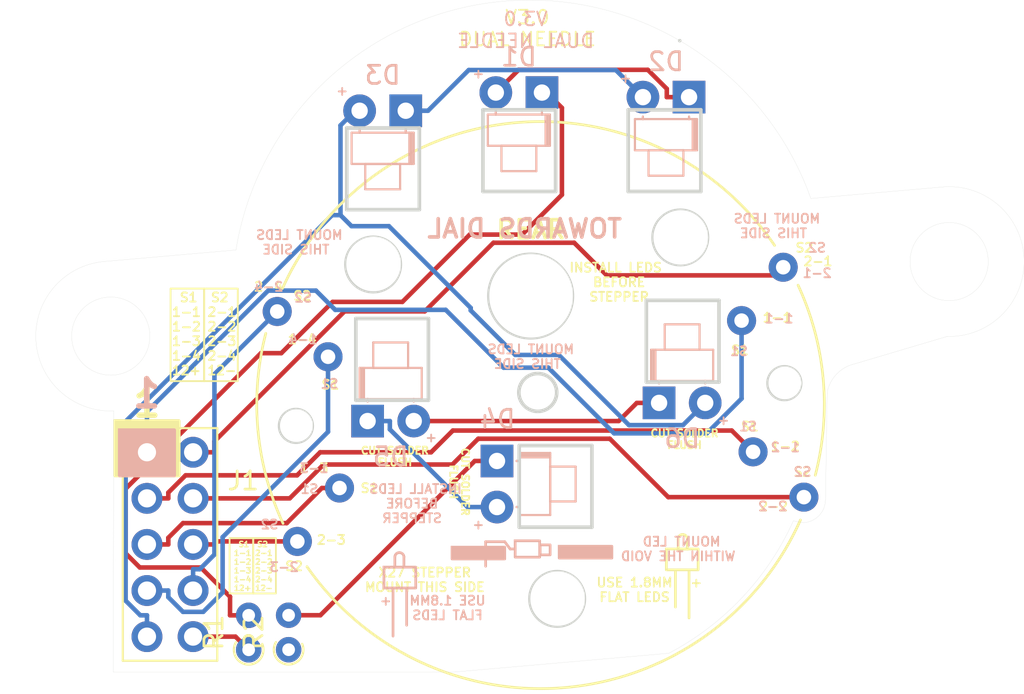
<source format=kicad_pcb>
(kicad_pcb (version 20221018) (generator pcbnew)
  (layers (0 "F.Cu" signal) (31 "B.Cu" signal) (34 "B.Paste" user) (35 "F.Paste" user) (36 "B.SilkS" user "B.Silkscreen") (37 "F.SilkS" user "F.Silkscreen") (38 "B.Mask" user) (39 "F.Mask" user) (44 "Edge.Cuts" user))
  (net 0 "")
  (net 1 "Net-(D1-Pad1)")
  (net 2 "Net-(D1-Pad2)")
  (net 3 "Net-(D2-Pad2)")
  (net 4 "/LED+12V")
  (net 5 "/LED-12V")
  (net 6 "/STEPPER-1-1")
  (net 7 "/STEPPER-1-2")
  (net 8 "/STEPPER-2-1")
  (net 9 "/STEPPER-2-2")
  (net 10 "/STEPPER-1-4")
  (net 11 "/STEPPER-1-3")
  (net 12 "/STEPPER-2-4")
  (net 13 "/STEPPER-2-3")
  (net 14 "Net-(D4-Pad1)")
  (net 15 "Net-(D4-Pad2)")
  (net 16 "Net-(D5-Pad2)")
  (footprint "Resistor_THT:R_Axial_DIN0204_L3.6mm_D1.6mm_P1.90mm_Vertical" (layer "F.Cu") (at 127.65 104.955 90)
    (fp_text reference "R1" (at 0.95 -1.92 90) (layer "F.SilkS"))
    (fp_text value "R")
    (fp_arc (start 0.320095 0.749359) (mid -0.813042 -0.054435) (end 0.417133 -0.7) (stroke (width 0.12)) (layer "F.SilkS"))
    (pad "1" thru_hole circle (at 0 0 90) (size 1.4 1.4) (drill 0.7) (layers "*.Cu" "*.Mask") (net 5 "/LED-12V"))
    (pad "2" thru_hole oval (at 1.9 0 90) (size 1.4 1.4) (drill 0.7) (layers "*.Cu" "*.Mask") (net 1 "Net-(D1-Pad1)"))
  )
  (footprint "Resistor_THT:R_Axial_DIN0204_L3.6mm_D1.6mm_P1.90mm_Vertical" (layer "F.Cu") (at 129.85 104.95 90)
    (fp_text reference "R2" (at 0.95 -1.92 90) (layer "F.SilkS"))
    (fp_text value "R")
    (fp_arc (start 0.320095 0.749359) (mid -0.813042 -0.054435) (end 0.417133 -0.7) (stroke (width 0.12)) (layer "F.SilkS"))
    (pad "1" thru_hole circle (at 0 0 90) (size 1.4 1.4) (drill 0.7) (layers "*.Cu" "*.Mask"))
    (pad "2" thru_hole oval (at 1.9 0 90) (size 1.4 1.4) (drill 0.7) (layers "*.Cu" "*.Mask") (net 14 "Net-(D4-Pad1)"))
  )
  (footprint "Connector_PinHeader_2.54mm:PinHeader_2x05_P2.54mm_Vertical" (layer "F.Cu") (at 122.05 94.07)
    (fp_text reference "J1" (at 5.3 1.575) (layer "F.SilkS"))
    (fp_text value "Conn_02x05_Top_Bottom")
    (fp_line (start -1.33 -1.33) (end 0 -1.33) (stroke (width 0.12)) (layer "F.SilkS"))
    (fp_line (start -1.33 0) (end -1.33 -1.33) (stroke (width 0.12)) (layer "F.SilkS"))
    (fp_line (start -1.33 1.27) (end -1.33 11.49) (stroke (width 0.12)) (layer "F.SilkS"))
    (fp_line (start -1.33 1.27) (end 1.27 1.27) (stroke (width 0.12)) (layer "F.SilkS"))
    (fp_line (start -1.33 11.49) (end 3.87 11.49) (stroke (width 0.12)) (layer "F.SilkS"))
    (fp_line (start 1.27 -1.33) (end 3.87 -1.33) (stroke (width 0.12)) (layer "F.SilkS"))
    (fp_line (start 1.27 1.27) (end 1.27 -1.33) (stroke (width 0.12)) (layer "F.SilkS"))
    (fp_line (start 3.87 -1.33) (end 3.87 11.49) (stroke (width 0.12)) (layer "F.SilkS"))
    (pad "1" thru_hole rect (at 0 0) (size 1.7 1.7) (drill 1) (layers "*.Cu" "*.Mask") (net 6 "/STEPPER-1-1"))
    (pad "2" thru_hole oval (at 2.54 0) (size 1.7 1.7) (drill 1) (layers "*.Cu" "*.Mask") (net 8 "/STEPPER-2-1"))
    (pad "3" thru_hole oval (at 0 2.54) (size 1.7 1.7) (drill 1) (layers "*.Cu" "*.Mask") (net 7 "/STEPPER-1-2"))
    (pad "4" thru_hole oval (at 2.54 2.54) (size 1.7 1.7) (drill 1) (layers "*.Cu" "*.Mask") (net 9 "/STEPPER-2-2"))
    (pad "5" thru_hole oval (at 0 5.08) (size 1.7 1.7) (drill 1) (layers "*.Cu" "*.Mask") (net 11 "/STEPPER-1-3"))
    (pad "6" thru_hole oval (at 2.54 5.08) (size 1.7 1.7) (drill 1) (layers "*.Cu" "*.Mask") (net 13 "/STEPPER-2-3"))
    (pad "7" thru_hole oval (at 0 7.62) (size 1.7 1.7) (drill 1) (layers "*.Cu" "*.Mask") (net 10 "/STEPPER-1-4"))
    (pad "8" thru_hole oval (at 2.54 7.62) (size 1.7 1.7) (drill 1) (layers "*.Cu" "*.Mask") (net 12 "/STEPPER-2-4"))
    (pad "9" thru_hole oval (at 0 10.16) (size 1.7 1.7) (drill 1) (layers "*.Cu" "*.Mask") (net 4 "/LED+12V"))
    (pad "10" thru_hole oval (at 2.54 10.16) (size 1.7 1.7) (drill 1) (layers "*.Cu" "*.Mask") (net 5 "/LED-12V"))
  )
  (footprint "ben:LED_D1.8mm_W1.8mm_H2.4mm_Horizontal_O1.27mm_Z1.6mm-OH" (layer "B.Cu") (at 134.2 92.35)
    (fp_text reference "D5" (at 1.27 1.96) (layer "B.SilkS") (effects (justify mirror)))
    (fp_text value "LED")
    (fp_line (start -0.44 -2.93) (end 2.98 -2.93) (stroke (width 0.12)) (layer "B.SilkS"))
    (fp_line (start -0.44 -1.21) (end -0.44 -2.93) (stroke (width 0.12)) (layer "B.SilkS"))
    (fp_line (start -0.32 -1.21) (end -0.32 -2.93) (stroke (width 0.12)) (layer "B.SilkS"))
    (fp_line (start -0.2 -1.21) (end -0.2 -2.93) (stroke (width 0.12)) (layer "B.SilkS"))
    (fp_line (start 0 -1.21) (end 0 -1.21) (stroke (width 0.12)) (layer "B.SilkS"))
    (fp_line (start 0 -1.21) (end 0 -1.08) (stroke (width 0.12)) (layer "B.SilkS"))
    (fp_line (start 0 -1.08) (end 0 -1.21) (stroke (width 0.12)) (layer "B.SilkS"))
    (fp_line (start 0 -1.08) (end 0 -1.08) (stroke (width 0.12)) (layer "B.SilkS"))
    (fp_line (start 0.31 -4.33) (end 2.23 -4.33) (stroke (width 0.12)) (layer "B.SilkS"))
    (fp_line (start 0.31 -2.93) (end 0.31 -4.33) (stroke (width 0.12)) (layer "B.SilkS"))
    (fp_line (start 2.23 -4.33) (end 2.23 -2.93) (stroke (width 0.12)) (layer "B.SilkS"))
    (fp_line (start 2.23 -2.93) (end 0.31 -2.93) (stroke (width 0.12)) (layer "B.SilkS"))
    (fp_line (start 2.54 -1.21) (end 2.54 -1.21) (stroke (width 0.12)) (layer "B.SilkS"))
    (fp_line (start 2.54 -1.21) (end 2.54 -1.08) (stroke (width 0.12)) (layer "B.SilkS"))
    (fp_line (start 2.54 -1.08) (end 2.54 -1.21) (stroke (width 0.12)) (layer "B.SilkS"))
    (fp_line (start 2.54 -1.08) (end 2.54 -1.08) (stroke (width 0.12)) (layer "B.SilkS"))
    (fp_line (start 2.98 -2.93) (end 2.98 -1.21) (stroke (width 0.12)) (layer "B.SilkS"))
    (fp_line (start 2.98 -1.21) (end -0.44 -1.21) (stroke (width 0.12)) (layer "B.SilkS"))
    (pad "1" thru_hole rect (at 0 0) (size 1.8 1.8) (drill 0.9) (layers "*.Cu" "*.Mask") (net 15 "Net-(D4-Pad2)"))
    (pad "2" thru_hole circle (at 2.54 0) (size 1.8 1.8) (drill 0.9) (layers "*.Cu" "*.Mask") (net 16 "Net-(D5-Pad2)"))
  )
  (footprint "ben:LED_D1.8mm_W1.8mm_H2.4mm_Horizontal_O1.27mm_Z1.6mm-OH" (layer "B.Cu") (at 141.325 94.55 -90)
    (fp_text reference "D4" (at -2.3 -0.025 180) (layer "B.SilkS") (effects (justify mirror)))
    (fp_text value "LED")
    (fp_line (start -0.44 -2.93) (end 2.98 -2.93) (stroke (width 0.12)) (layer "B.SilkS"))
    (fp_line (start -0.44 -1.21) (end -0.44 -2.93) (stroke (width 0.12)) (layer "B.SilkS"))
    (fp_line (start -0.32 -1.21) (end -0.32 -2.93) (stroke (width 0.12)) (layer "B.SilkS"))
    (fp_line (start -0.2 -1.21) (end -0.2 -2.93) (stroke (width 0.12)) (layer "B.SilkS"))
    (fp_line (start 0 -1.21) (end 0 -1.21) (stroke (width 0.12)) (layer "B.SilkS"))
    (fp_line (start 0 -1.21) (end 0 -1.08) (stroke (width 0.12)) (layer "B.SilkS"))
    (fp_line (start 0 -1.08) (end 0 -1.21) (stroke (width 0.12)) (layer "B.SilkS"))
    (fp_line (start 0 -1.08) (end 0 -1.08) (stroke (width 0.12)) (layer "B.SilkS"))
    (fp_line (start 0.31 -4.33) (end 2.23 -4.33) (stroke (width 0.12)) (layer "B.SilkS"))
    (fp_line (start 0.31 -2.93) (end 0.31 -4.33) (stroke (width 0.12)) (layer "B.SilkS"))
    (fp_line (start 2.23 -4.33) (end 2.23 -2.93) (stroke (width 0.12)) (layer "B.SilkS"))
    (fp_line (start 2.23 -2.93) (end 0.31 -2.93) (stroke (width 0.12)) (layer "B.SilkS"))
    (fp_line (start 2.54 -1.21) (end 2.54 -1.21) (stroke (width 0.12)) (layer "B.SilkS"))
    (fp_line (start 2.54 -1.21) (end 2.54 -1.08) (stroke (width 0.12)) (layer "B.SilkS"))
    (fp_line (start 2.54 -1.08) (end 2.54 -1.21) (stroke (width 0.12)) (layer "B.SilkS"))
    (fp_line (start 2.54 -1.08) (end 2.54 -1.08) (stroke (width 0.12)) (layer "B.SilkS"))
    (fp_line (start 2.98 -2.93) (end 2.98 -1.21) (stroke (width 0.12)) (layer "B.SilkS"))
    (fp_line (start 2.98 -1.21) (end -0.44 -1.21) (stroke (width 0.12)) (layer "B.SilkS"))
    (pad "1" thru_hole rect (at 0 0 270) (size 1.8 1.8) (drill 0.9) (layers "*.Cu" "*.Mask") (net 14 "Net-(D4-Pad1)"))
    (pad "2" thru_hole circle (at 2.54 0 270) (size 1.8 1.8) (drill 0.9) (layers "*.Cu" "*.Mask") (net 15 "Net-(D4-Pad2)"))
  )
  (footprint "ben:LED_D1.8mm_W1.8mm_H2.4mm_Horizontal_O1.27mm_Z1.6mm-OH" (layer "B.Cu") (at 150.25 91.35)
    (fp_text reference "D6" (at 1.27 1.96) (layer "B.SilkS") (effects (justify mirror)))
    (fp_text value "LED")
    (fp_line (start -0.44 -2.93) (end 2.98 -2.93) (stroke (width 0.12)) (layer "B.SilkS"))
    (fp_line (start -0.44 -1.21) (end -0.44 -2.93) (stroke (width 0.12)) (layer "B.SilkS"))
    (fp_line (start -0.32 -1.21) (end -0.32 -2.93) (stroke (width 0.12)) (layer "B.SilkS"))
    (fp_line (start -0.2 -1.21) (end -0.2 -2.93) (stroke (width 0.12)) (layer "B.SilkS"))
    (fp_line (start 0 -1.21) (end 0 -1.21) (stroke (width 0.12)) (layer "B.SilkS"))
    (fp_line (start 0 -1.21) (end 0 -1.08) (stroke (width 0.12)) (layer "B.SilkS"))
    (fp_line (start 0 -1.08) (end 0 -1.21) (stroke (width 0.12)) (layer "B.SilkS"))
    (fp_line (start 0 -1.08) (end 0 -1.08) (stroke (width 0.12)) (layer "B.SilkS"))
    (fp_line (start 0.31 -4.33) (end 2.23 -4.33) (stroke (width 0.12)) (layer "B.SilkS"))
    (fp_line (start 0.31 -2.93) (end 0.31 -4.33) (stroke (width 0.12)) (layer "B.SilkS"))
    (fp_line (start 2.23 -4.33) (end 2.23 -2.93) (stroke (width 0.12)) (layer "B.SilkS"))
    (fp_line (start 2.23 -2.93) (end 0.31 -2.93) (stroke (width 0.12)) (layer "B.SilkS"))
    (fp_line (start 2.54 -1.21) (end 2.54 -1.21) (stroke (width 0.12)) (layer "B.SilkS"))
    (fp_line (start 2.54 -1.21) (end 2.54 -1.08) (stroke (width 0.12)) (layer "B.SilkS"))
    (fp_line (start 2.54 -1.08) (end 2.54 -1.21) (stroke (width 0.12)) (layer "B.SilkS"))
    (fp_line (start 2.54 -1.08) (end 2.54 -1.08) (stroke (width 0.12)) (layer "B.SilkS"))
    (fp_line (start 2.98 -2.93) (end 2.98 -1.21) (stroke (width 0.12)) (layer "B.SilkS"))
    (fp_line (start 2.98 -1.21) (end -0.44 -1.21) (stroke (width 0.12)) (layer "B.SilkS"))
    (pad "1" thru_hole rect (at 0 0) (size 1.8 1.8) (drill 0.9) (layers "*.Cu" "*.Mask") (net 16 "Net-(D5-Pad2)"))
    (pad "2" thru_hole circle (at 2.54 0) (size 1.8 1.8) (drill 0.9) (layers "*.Cu" "*.Mask") (net 4 "/LED+12V"))
  )
  (footprint "ben:LED_D1.8mm_W1.8mm_H2.4mm_Horizontal_O1.27mm_Z1.6mm-OH" (layer "B.Cu") (at 136.3 75.25 180)
    (fp_text reference "D3" (at 1.27 1.96) (layer "B.SilkS") (effects (justify mirror)))
    (fp_text value "LED")
    (fp_line (start -0.44 -2.93) (end 2.98 -2.93) (stroke (width 0.12)) (layer "B.SilkS"))
    (fp_line (start -0.44 -1.21) (end -0.44 -2.93) (stroke (width 0.12)) (layer "B.SilkS"))
    (fp_line (start -0.32 -1.21) (end -0.32 -2.93) (stroke (width 0.12)) (layer "B.SilkS"))
    (fp_line (start -0.2 -1.21) (end -0.2 -2.93) (stroke (width 0.12)) (layer "B.SilkS"))
    (fp_line (start 0 -1.21) (end 0 -1.21) (stroke (width 0.12)) (layer "B.SilkS"))
    (fp_line (start 0 -1.21) (end 0 -1.08) (stroke (width 0.12)) (layer "B.SilkS"))
    (fp_line (start 0 -1.08) (end 0 -1.21) (stroke (width 0.12)) (layer "B.SilkS"))
    (fp_line (start 0 -1.08) (end 0 -1.08) (stroke (width 0.12)) (layer "B.SilkS"))
    (fp_line (start 0.31 -4.33) (end 2.23 -4.33) (stroke (width 0.12)) (layer "B.SilkS"))
    (fp_line (start 0.31 -2.93) (end 0.31 -4.33) (stroke (width 0.12)) (layer "B.SilkS"))
    (fp_line (start 2.23 -4.33) (end 2.23 -2.93) (stroke (width 0.12)) (layer "B.SilkS"))
    (fp_line (start 2.23 -2.93) (end 0.31 -2.93) (stroke (width 0.12)) (layer "B.SilkS"))
    (fp_line (start 2.54 -1.21) (end 2.54 -1.21) (stroke (width 0.12)) (layer "B.SilkS"))
    (fp_line (start 2.54 -1.21) (end 2.54 -1.08) (stroke (width 0.12)) (layer "B.SilkS"))
    (fp_line (start 2.54 -1.08) (end 2.54 -1.21) (stroke (width 0.12)) (layer "B.SilkS"))
    (fp_line (start 2.54 -1.08) (end 2.54 -1.08) (stroke (width 0.12)) (layer "B.SilkS"))
    (fp_line (start 2.98 -2.93) (end 2.98 -1.21) (stroke (width 0.12)) (layer "B.SilkS"))
    (fp_line (start 2.98 -1.21) (end -0.44 -1.21) (stroke (width 0.12)) (layer "B.SilkS"))
    (pad "1" thru_hole rect (at 0 0 180) (size 1.8 1.8) (drill 0.9) (layers "*.Cu" "*.Mask") (net 3 "Net-(D2-Pad2)"))
    (pad "2" thru_hole circle (at 2.54 0 180) (size 1.8 1.8) (drill 0.9) (layers "*.Cu" "*.Mask") (net 4 "/LED+12V"))
  )
  (footprint "ben:LED_D1.8mm_W1.8mm_H2.4mm_Horizontal_O1.27mm_Z1.6mm-OH" (layer "B.Cu") (at 151.9 74.5 180)
    (fp_text reference "D2" (at 1.27 1.96) (layer "B.SilkS") (effects (justify mirror)))
    (fp_text value "LED")
    (fp_line (start -0.44 -2.93) (end 2.98 -2.93) (stroke (width 0.12)) (layer "B.SilkS"))
    (fp_line (start -0.44 -1.21) (end -0.44 -2.93) (stroke (width 0.12)) (layer "B.SilkS"))
    (fp_line (start -0.32 -1.21) (end -0.32 -2.93) (stroke (width 0.12)) (layer "B.SilkS"))
    (fp_line (start -0.2 -1.21) (end -0.2 -2.93) (stroke (width 0.12)) (layer "B.SilkS"))
    (fp_line (start 0 -1.21) (end 0 -1.21) (stroke (width 0.12)) (layer "B.SilkS"))
    (fp_line (start 0 -1.21) (end 0 -1.08) (stroke (width 0.12)) (layer "B.SilkS"))
    (fp_line (start 0 -1.08) (end 0 -1.21) (stroke (width 0.12)) (layer "B.SilkS"))
    (fp_line (start 0 -1.08) (end 0 -1.08) (stroke (width 0.12)) (layer "B.SilkS"))
    (fp_line (start 0.31 -4.33) (end 2.23 -4.33) (stroke (width 0.12)) (layer "B.SilkS"))
    (fp_line (start 0.31 -2.93) (end 0.31 -4.33) (stroke (width 0.12)) (layer "B.SilkS"))
    (fp_line (start 2.23 -4.33) (end 2.23 -2.93) (stroke (width 0.12)) (layer "B.SilkS"))
    (fp_line (start 2.23 -2.93) (end 0.31 -2.93) (stroke (width 0.12)) (layer "B.SilkS"))
    (fp_line (start 2.54 -1.21) (end 2.54 -1.21) (stroke (width 0.12)) (layer "B.SilkS"))
    (fp_line (start 2.54 -1.21) (end 2.54 -1.08) (stroke (width 0.12)) (layer "B.SilkS"))
    (fp_line (start 2.54 -1.08) (end 2.54 -1.21) (stroke (width 0.12)) (layer "B.SilkS"))
    (fp_line (start 2.54 -1.08) (end 2.54 -1.08) (stroke (width 0.12)) (layer "B.SilkS"))
    (fp_line (start 2.98 -2.93) (end 2.98 -1.21) (stroke (width 0.12)) (layer "B.SilkS"))
    (fp_line (start 2.98 -1.21) (end -0.44 -1.21) (stroke (width 0.12)) (layer "B.SilkS"))
    (pad "1" thru_hole rect (at 0 0 180) (size 1.8 1.8) (drill 0.9) (layers "*.Cu" "*.Mask") (net 2 "Net-(D1-Pad2)"))
    (pad "2" thru_hole circle (at 2.54 0 180) (size 1.8 1.8) (drill 0.9) (layers "*.Cu" "*.Mask") (net 3 "Net-(D2-Pad2)"))
  )
  (footprint "single-x40:X40-stepper" (layer "B.Cu") (at 143.7229 91.4272 -175)
    (fp_text reference "U1" hide)
    (fp_text value "X40-stepper-gkl_misc" hide)
    (fp_arc (start -14.7 5.3) (mid -15.626189 0.047138) (end -14.731708 -5.211216) (stroke (width 0.15)) (layer "F.SilkS"))
    (fp_arc (start -13.7 -7.6) (mid -0.111624 -15.666446) (end 13.590314 -7.794445) (stroke (width 0.15)) (layer "F.SilkS"))
    (fp_arc (start 13.6 7.6) (mid 0 15.579474) (end -13.6 7.6) (stroke (width 0.15)) (layer "F.SilkS"))
    (fp_arc (start 14.7 -5.3) (mid 15.626189 -0.047138) (end 14.731708 5.211216) (stroke (width 0.15)) (layer "F.SilkS"))
    (pad "" np_thru_hole circle (at -13.5 0 185) (size 1.8 1.8) (drill 1.8) (layers "*.Cu" "*.Mask"))
    (pad "" np_thru_hole circle (at -8.49 8.49 185) (size 3 3) (drill 3) (layers "*.Cu" "*.Mask"))
    (pad "" np_thru_hole circle (at 0 -10.75 185) (size 3 3) (drill 3) (layers "*.Cu" "*.Mask"))
    (pad "" np_thru_hole circle (at 0 6 185) (size 4.6 4.6) (drill 4.6) (layers "*.Cu" "*.Mask"))
    (pad "" np_thru_hole circle (at 8.49 8.5 185) (size 3 3) (drill 3) (layers "*.Cu" "*.Mask"))
    (pad "" np_thru_hole circle (at 13.5 0 185) (size 1.8 1.8) (drill 1.8) (layers "*.Cu" "*.Mask"))
    (pad "1" thru_hole circle (at -11.43 3.63 185) (size 1.6 1.6) (drill 0.8) (layers "*.Cu" "*.Mask") (net 6 "/STEPPER-1-1"))
    (pad "2" thru_hole circle (at -11.43 -3.63 185) (size 1.6 1.6) (drill 0.8) (layers "*.Cu" "*.Mask") (net 7 "/STEPPER-1-2"))
    (pad "3" thru_hole circle (at 11.43 -3.63 185) (size 1.6 1.6) (drill 0.8) (layers "*.Cu" "*.Mask") (net 11 "/STEPPER-1-3"))
    (pad "4" thru_hole circle (at 11.43 3.63 185) (size 1.6 1.6) (drill 0.8) (layers "*.Cu" "*.Mask") (net 10 "/STEPPER-1-4"))
    (pad "5" thru_hole circle (at -13.97 6.36 185) (size 1.6 1.6) (drill 0.8) (layers "*.Cu" "*.Mask") (net 8 "/STEPPER-2-1"))
    (pad "6" thru_hole circle (at -14 -6.36 185) (size 1.6 1.6) (drill 0.8) (layers "*.Cu" "*.Mask") (net 9 "/STEPPER-2-2"))
    (pad "7" thru_hole circle (at 14 -6.36 185) (size 1.6 1.6) (drill 0.8) (layers "*.Cu" "*.Mask") (net 13 "/STEPPER-2-3"))
    (pad "8" thru_hole circle (at 14 6.36 185) (size 1.6 1.6) (drill 0.8) (layers "*.Cu" "*.Mask") (net 12 "/STEPPER-2-4"))
  )
  (footprint "ben:LED_D1.8mm_W1.8mm_H2.4mm_Horizontal_O1.27mm_Z1.6mm-OH" (layer "B.Cu") (at 143.8 74.25 180)
    (fp_text reference "D1" (at 1.27 1.96) (layer "B.SilkS") (effects (justify mirror)))
    (fp_text value "LED")
    (fp_line (start -0.44 -2.93) (end 2.98 -2.93) (stroke (width 0.12)) (layer "B.SilkS"))
    (fp_line (start -0.44 -1.21) (end -0.44 -2.93) (stroke (width 0.12)) (layer "B.SilkS"))
    (fp_line (start -0.32 -1.21) (end -0.32 -2.93) (stroke (width 0.12)) (layer "B.SilkS"))
    (fp_line (start -0.2 -1.21) (end -0.2 -2.93) (stroke (width 0.12)) (layer "B.SilkS"))
    (fp_line (start 0 -1.21) (end 0 -1.21) (stroke (width 0.12)) (layer "B.SilkS"))
    (fp_line (start 0 -1.21) (end 0 -1.08) (stroke (width 0.12)) (layer "B.SilkS"))
    (fp_line (start 0 -1.08) (end 0 -1.21) (stroke (width 0.12)) (layer "B.SilkS"))
    (fp_line (start 0 -1.08) (end 0 -1.08) (stroke (width 0.12)) (layer "B.SilkS"))
    (fp_line (start 0.31 -4.33) (end 2.23 -4.33) (stroke (width 0.12)) (layer "B.SilkS"))
    (fp_line (start 0.31 -2.93) (end 0.31 -4.33) (stroke (width 0.12)) (layer "B.SilkS"))
    (fp_line (start 2.23 -4.33) (end 2.23 -2.93) (stroke (width 0.12)) (layer "B.SilkS"))
    (fp_line (start 2.23 -2.93) (end 0.31 -2.93) (stroke (width 0.12)) (layer "B.SilkS"))
    (fp_line (start 2.54 -1.21) (end 2.54 -1.21) (stroke (width 0.12)) (layer "B.SilkS"))
    (fp_line (start 2.54 -1.21) (end 2.54 -1.08) (stroke (width 0.12)) (layer "B.SilkS"))
    (fp_line (start 2.54 -1.08) (end 2.54 -1.21) (stroke (width 0.12)) (layer "B.SilkS"))
    (fp_line (start 2.54 -1.08) (end 2.54 -1.08) (stroke (width 0.12)) (layer "B.SilkS"))
    (fp_line (start 2.98 -2.93) (end 2.98 -1.21) (stroke (width 0.12)) (layer "B.SilkS"))
    (fp_line (start 2.98 -1.21) (end -0.44 -1.21) (stroke (width 0.12)) (layer "B.SilkS"))
    (pad "1" thru_hole rect (at 0 0 180) (size 1.8 1.8) (drill 0.9) (layers "*.Cu" "*.Mask") (net 1 "Net-(D1-Pad1)"))
    (pad "2" thru_hole circle (at 2.54 0 180) (size 1.8 1.8) (drill 0.9) (layers "*.Cu" "*.Mask") (net 2 "Net-(D1-Pad2)"))
  )
  (gr_line (start 136.35 103.6) (end 136.35 101.6) (stroke (width 0.15)) (layer "B.SilkS"))
  (gr_line (start 140.7 99) (end 141.75 99) (stroke (width 0.15)) (layer "B.SilkS"))
  (gr_line (start 135.7 100.4) (end 135.7 99.82813) (stroke (width 0.15)) (layer "B.SilkS"))
  (gr_rect (start 138.85 99.3) (end 141.75 99.95) (stroke (width 0.15)) (fill solid) (layer "B.SilkS"))
  (gr_rect (start 120.55 92.85) (end 123.55 95.35) (stroke (width 0.2)) (fill solid) (layer "B.SilkS"))
  (gr_line (start 136.2 100.4) (end 136.2 99.82813) (stroke (width 0.15)) (layer "B.SilkS"))
  (gr_arc (start 135.7 99.82813) (mid 135.95 99.6) (end 136.2 99.82813) (stroke (width 0.15)) (layer "B.SilkS"))
  (gr_line (start 142.05 99.4) (end 142.325 99.4) (stroke (width 0.15)) (layer "B.SilkS"))
  (gr_rect (start 144.75 99.25) (end 147.65 99.9) (stroke (width 0.15)) (fill solid) (layer "B.SilkS"))
  (gr_line (start 140.7 100.35) (end 140.7 99) (stroke (width 0.15)) (layer "B.SilkS"))
  (gr_rect (start 135.1 100.4) (end 136.85 101.55) (stroke (width 0.15)) (fill none) (layer "B.SilkS"))
  (gr_line (start 141.75 99) (end 142.05 99.4) (stroke (width 0.15)) (layer "B.SilkS"))
  (gr_rect (start 142.325 98.95) (end 143.675 99.85) (stroke (width 0.15)) (fill none) (layer "B.SilkS"))
  (gr_rect (start 143.7 99.175) (end 144.25 99.725) (stroke (width 0.15)) (fill none) (layer "B.SilkS"))
  (gr_line (start 135.6 104.2) (end 135.6 101.6) (stroke (width 0.15)) (layer "B.SilkS"))
  (gr_line (start 151.9 100.6) (end 151.9 103.2) (stroke (width 0.15)) (layer "F.SilkS"))
  (gr_line (start 151.15 100.6) (end 151.15 102.6) (stroke (width 0.15)) (layer "F.SilkS"))
  (gr_rect (start 123.35 85.05) (end 125.2 90.15) (stroke (width 0.1)) (fill none) (layer "F.SilkS"))
  (gr_rect (start 125.2 85.05) (end 127.05 90.15) (stroke (width 0.1)) (fill none) (layer "F.SilkS"))
  (gr_line (start 151.8 98.82813) (end 151.8 99.4) (stroke (width 0.15)) (layer "F.SilkS"))
  (gr_rect (start 126.6 98.8) (end 127.9 101.85) (stroke (width 0.1)) (fill none) (layer "F.SilkS"))
  (gr_rect (start 150.65 99.4) (end 152.4 100.55) (stroke (width 0.15)) (fill none) (layer "F.SilkS"))
  (gr_line (start 151.3 98.82813) (end 151.3 99.4) (stroke (width 0.15)) (layer "F.SilkS"))
  (gr_line (start 151.35 99.4) (end 151.85 99.4) (stroke (width 0.15)) (layer "F.SilkS"))
  (gr_rect (start 127.9 98.8) (end 129.15 101.85) (stroke (width 0.1)) (fill none) (layer "F.SilkS"))
  (gr_rect (start 120.3 92.35) (end 123.8 95.35) (stroke (width 0.2)) (fill solid) (layer "F.SilkS"))
  (gr_arc (start 151.3 98.82813) (mid 151.55 98.6) (end 151.8 98.82813) (stroke (width 0.15)) (layer "F.SilkS"))
  (gr_line (start 137.55 91.2) (end 133.55 91.2) (stroke (width 0.2)) (layer "Edge.Cuts"))
  (gr_line (start 159.415035 96.692033) (end 159.503261 90.792896) (stroke (width 0.01)) (layer "Edge.Cuts"))
  (gr_arc (start 120.220136 91.793442) (mid 115.936516 87.931386) (end 119.695947 83.557423) (stroke (width 0.01)) (layer "Edge.Cuts"))
  (gr_line (start 146.55 98.2) (end 142.55 98.2) (stroke (width 0.2)) (layer "Edge.Cuts"))
  (gr_line (start 165.863593 79.450472) (end 158.607673 80.085282) (stroke (width 0.01)) (layer "Edge.Cuts"))
  (gr_line (start 152.55 79.7) (end 148.55 79.7) (stroke (width 0.2)) (layer "Edge.Cuts"))
  (gr_circle (center 166.223328 83.562265) (end 168.375978 83.562265) (stroke (width 0.01)) (fill none) (layer "Edge.Cuts"))
  (gr_line (start 161.032214 89.195196) (end 166.107598 87.688143) (stroke (width 0.01)) (layer "Edge.Cuts"))
  (gr_line (start 137.05 80.7) (end 133.05 80.7) (stroke (width 0.2)) (layer "Edge.Cuts"))
  (gr_line (start 140.55 75.2) (end 144.55 75.2) (stroke (width 0.2)) (layer "Edge.Cuts"))
  (gr_arc (start 147.100821 69.643497) (mid 149.304488 70.363418) (end 151.384732 71.386657) (stroke (width 0.01)) (layer "Edge.Cuts"))
  (gr_circle (center 143.177557 85.462053) (end 140.877557 85.462053) (stroke (width 0.2)) (fill none) (layer "Edge.Cuts"))
  (gr_line (start 144.55 79.7) (end 140.55 79.7) (stroke (width 0.2)) (layer "Edge.Cuts"))
  (gr_line (start 133.05 80.7) (end 133.05 76.2) (stroke (width 0.2)) (layer "Edge.Cuts"))
  (gr_arc (start 157.642421 97.851357) (mid 154.827166 102.07375) (end 150.787931 105.146021) (stroke (width 0.01)) (layer "Edge.Cuts"))
  (gr_line (start 146.55 93.7) (end 146.55 98.2) (stroke (width 0.2)) (layer "Edge.Cuts"))
  (gr_line (start 120.220137 92.812589) (end 120.190154 106.181059) (stroke (width 0.01)) (layer "Edge.Cuts"))
  (gr_line (start 126.95182 82.922616) (end 119.695947 83.557423) (stroke (width 0.01)) (layer "Edge.Cuts"))
  (gr_arc (start 159.415035 96.692033) (mid 159.056246 97.561256) (end 158.2 97.95) (stroke (width 0.01)) (layer "Edge.Cuts"))
  (gr_line (start 149.55 85.7) (end 153.55 85.7) (stroke (width 0.2)) (layer "Edge.Cuts"))
  (gr_line (start 120.220136 91.79344) (end 120.220137 92.812589) (stroke (width 0.01)) (layer "Edge.Cuts"))
  (gr_line (start 140.55 79.7) (end 140.55 75.2) (stroke (width 0.2)) (layer "Edge.Cuts"))
  (gr_line (start 120.190154 106.181059) (end 138.957399 106.181059) (stroke (width 0.01)) (layer "Edge.Cuts"))
  (gr_circle (center 151.41736 82.231614) (end 149.91736 82.231614) (stroke (width 0.2)) (fill none) (layer "Edge.Cuts"))
  (gr_line (start 152.55 75.2) (end 152.55 79.7) (stroke (width 0.2)) (layer "Edge.Cuts"))
  (gr_circle (center 120.055684 87.669218) (end 122.208334 87.669218) (stroke (width 0.01)) (fill none) (layer "Edge.Cuts"))
  (gr_circle (center 143.570017 90.774461) (end 142.52639 90.774461) (stroke (width 0.2)) (fill none) (layer "Edge.Cuts"))
  (gr_line (start 148.55 75.2) (end 152.55 75.2) (stroke (width 0.2)) (layer "Edge.Cuts"))
  (gr_line (start 133.05 76.2) (end 137.05 76.2) (stroke (width 0.2)) (layer "Edge.Cuts"))
  (gr_line (start 133.55 86.7) (end 137.55 86.7) (stroke (width 0.2)) (layer "Edge.Cuts"))
  (gr_circle (center 157.149119 90.262618) (end 156.249119 90.262618) (stroke (width 0.2)) (fill none) (layer "Edge.Cuts"))
  (gr_line (start 153.55 90.2) (end 149.55 90.2) (stroke (width 0.2)) (layer "Edge.Cuts"))
  (gr_circle (center 144.637415 102.148314) (end 143.137415 102.148314) (stroke (width 0.2)) (fill none) (layer "Edge.Cuts"))
  (gr_line (start 142.55 98.2) (end 142.55 93.7) (stroke (width 0.2)) (layer "Edge.Cuts"))
  (gr_line (start 144.55 75.2) (end 144.55 79.7) (stroke (width 0.2)) (layer "Edge.Cuts"))
  (gr_circle (center 130.251863 92.615823) (end 129.351863 92.615823) (stroke (width 0.2)) (fill none) (layer "Edge.Cuts"))
  (gr_line (start 142.55 93.7) (end 146.55 93.7) (stroke (width 0.2)) (layer "Edge.Cuts"))
  (gr_line (start 137.05 76.2) (end 137.05 80.7) (stroke (width 0.2)) (layer "Edge.Cuts"))
  (gr_circle (center 134.502846 83.72148) (end 133.002846 83.72148) (stroke (width 0.2)) (fill none) (layer "Edge.Cuts"))
  (gr_arc (start 165.863593 79.450472) (mid 170.349018 83.44006) (end 166.107598 87.688143) (stroke (width 0.01)) (layer "Edge.Cuts"))
  (gr_line (start 137.55 86.7) (end 137.55 91.2) (stroke (width 0.2)) (layer "Edge.Cuts"))
  (gr_arc (start 151.384681 71.386729) (mid 155.768943 75.094326) (end 158.607673 80.085282) (stroke (width 0.01)) (layer "Edge.Cuts"))
  (gr_line (start 153.55 85.7) (end 153.55 90.2) (stroke (width 0.2)) (layer "Edge.Cuts"))
  (gr_line (start 138.957399 106.181059) (end 150.787931 105.146021) (stroke (width 0.01)) (layer "Edge.Cuts"))
  (gr_line (start 133.55 91.2) (end 133.55 86.7) (stroke (width 0.2)) (layer "Edge.Cuts"))
  (gr_arc (start 159.503261 90.792896) (mid 160.026816 89.76349) (end 161.032214 89.195196) (stroke (width 0.01)) (layer "Edge.Cuts"))
  (gr_line (start 151.384681 71.386729) (end 151.384732 71.386657) (stroke (width 0.2)) (layer "Edge.Cuts"))
  (gr_line (start 149.55 90.2) (end 149.55 85.7) (stroke (width 0.2)) (layer "Edge.Cuts"))
  (gr_line (start 148.55 79.7) (end 148.55 75.2) (stroke (width 0.2)) (layer "Edge.Cuts"))
  (gr_line (start 157.642421 97.851357) (end 158.2 97.95) (stroke (width 0.01)) (layer "Edge.Cuts"))
  (gr_arc (start 126.95182 82.922616) (mid 134.108302 71.855416) (end 147.100821 69.643497) (stroke (width 0.01)) (layer "Edge.Cuts"))
  (gr_text "1-1\n" (at 156.85 86.7) (layer "B.SilkS") (effects (font (size 0.5 0.5) (thickness 0.1)) (justify mirror)))
  (gr_text "1" (at 122.032348 90.83815) (layer "B.SilkS") (effects (font (size 1.5 1.5) (thickness 0.3)) (justify mirror)))
  (gr_text "+" (at 135.2 102.25) (layer "B.SilkS") (effects (font (size 0.5 0.5) (thickness 0.1)) (justify mirror)))
  (gr_text "MOUNT LED \nWITHIN THE VOID" (at 151.3 99.4) (layer "B.SilkS") (effects (font (size 0.5 0.5) (thickness 0.1)) (justify mirror)))
  (gr_text "2-4" (at 128.75 84.95) (layer "B.SilkS") (effects (font (size 0.5 0.5) (thickness 0.1)) (justify mirror)))
  (gr_text "+" (at 132.8 74.15) (layer "B.SilkS") (effects (font (size 0.5 0.5) (thickness 0.1)) (justify mirror)))
  (gr_text "+" (at 140.3 98.05) (layer "B.SilkS") (effects (font (size 0.5 0.5) (thickness 0.1)) (justify mirror)))
  (gr_text "2-3" (at 129.6 100.4) (layer "B.SilkS") (effects (font (size 0.5 0.5) (thickness 0.1)) (justify mirror)))
  (gr_text "1-2\n" (at 157.2 93.8) (layer "B.SilkS") (effects (font (size 0.5 0.5) (thickness 0.1)) (justify mirror)))
  (gr_text "+" (at 153.8 92.3) (layer "B.SilkS") (effects (font (size 0.5 0.5) (thickness 0.1)) (justify mirror)))
  (gr_text "TOWARDS DIAL" (at 142.85 81.75) (layer "B.SilkS") (effects (font (size 1 1) (thickness 0.2)) (justify mirror)))
  (gr_text "MOUNT LEDS \nTHIS SIDE" (at 130.25 82.5) (layer "B.SilkS") (effects (font (size 0.5 0.5) (thickness 0.1)) (justify mirror)))
  (gr_text "+" (at 148.4 73.45) (layer "B.SilkS") (effects (font (size 0.5 0.5) (thickness 0.1)) (justify mirror)))
  (gr_text "USE 1.8MM\nFLAT LEDS" (at 138.6 102.65) (layer "B.SilkS") (effects (font (size 0.5 0.5) (thickness 0.1)) (justify mirror)))
  (gr_text "S2" (at 158.95 82.8) (layer "B.SilkS") (effects (font (size 0.5 0.5) (thickness 0.1)) (justify mirror)))
  (gr_text "S1" (at 132.1 90.3) (layer "B.SilkS") (effects (font (size 0.5 0.5) (thickness 0.1)) (justify mirror)))
  (gr_text "+" (at 137.7 93.25) (layer "B.SilkS") (effects (font (size 0.5 0.5) (thickness 0.1)) (justify mirror)))
  (gr_text "2-2\n" (at 156.5 97.05) (layer "B.SilkS") (effects (font (size 0.5 0.5) (thickness 0.1)) (justify mirror)))
  (gr_text "1-3" (at 131.25 94.95) (layer "B.SilkS") (effects (font (size 0.5 0.5) (thickness 0.1)) (justify mirror)))
  (gr_text "V3.0\nDUAL NEEDLE" (at 142.9 70.8) (layer "B.SilkS") (effects (font (size 0.75 0.75) (thickness 0.1)) (justify mirror)))
  (gr_text "2-1" (at 158.95 84.2) (layer "B.SilkS") (effects (font (size 0.5 0.5) (thickness 0.1)) (justify mirror)))
  (gr_text "S2" (at 158.15 95.15) (layer "B.SilkS") (effects (font (size 0.5 0.5) (thickness 0.1)) (justify mirror)))
  (gr_text "S1" (at 131 96.1) (layer "B.SilkS") (effects (font (size 0.5 0.5) (thickness 0.1)) (justify mirror)))
  (gr_text "MOUNT LEDS \nTHIS SIDE" (at 156.55 81.6) (layer "B.SilkS") (effects (font (size 0.5 0.5) (thickness 0.1)) (justify mirror)))
  (gr_text "+" (at 140.3 73.2) (layer "B.SilkS") (effects (font (size 0.5 0.5) (thickness 0.1)) (justify mirror)))
  (gr_text "S1" (at 154.65 88.5) (layer "B.SilkS") (effects (font (size 0.5 0.5) (thickness 0.1)) (justify mirror)))
  (gr_text "INSTALL LEDS \nBEFORE\nSTEPPER" (at 136.65 96.9) (layer "B.SilkS") (effects (font (size 0.5 0.5) (thickness 0.1)) (justify mirror)))
  (gr_text "MOUNT LEDS \nTHIS SIDE" (at 143 88.8) (layer "B.SilkS") (effects (font (size 0.5 0.5) (thickness 0.1)) (justify mirror)))
  (gr_text "S1" (at 155.15 92.65) (layer "B.SilkS") (effects (font (size 0.5 0.5) (thickness 0.1)) (justify mirror)))
  (gr_text "1-4" (at 130.65 87.85) (layer "B.SilkS") (effects (font (size 0.5 0.5) (thickness 0.1)) (justify mirror)))
  (gr_text "S2" (at 130.65 85.55) (layer "B.SilkS") (effects (font (size 0.5 0.5) (thickness 0.1)) (justify mirror)))
  (gr_text "S2" (at 128.8 98.05) (layer "B.SilkS") (effects (font (size 0.5 0.5) (thickness 0.1)) (justify mirror)))
  (gr_text "1" (at 122.05 91.35) (layer "F.SilkS") (effects (font (size 1.5 1.5) (thickness 0.3))))
  (gr_text "S1" (at 132.15 90.35) (layer "F.SilkS") (effects (font (size 0.5 0.5) (thickness 0.1))))
  (gr_text "INSTALL LEDS \nBEFORE\nSTEPPER" (at 148.05 84.7) (layer "F.SilkS") (effects (font (size 0.5 0.5) (thickness 0.1))))
  (gr_text "2-1" (at 159 83.55) (layer "F.SilkS") (effects (font (size 0.5 0.5) (thickness 0.1))))
  (gr_text "2-2" (at 156.55 97.05) (layer "F.SilkS") (effects (font (size 0.5 0.5) (thickness 0.1))))
  (gr_text "S2" (at 158.25 82.8) (layer "F.SilkS") (effects (font (size 0.5 0.5) (thickness 0.1))))
  (gr_text "S2" (at 130.15 100.35) (layer "F.SilkS") (effects (font (size 0.5 0.5) (thickness 0.1))))
  (gr_text "CUT SOLDER\nFLUSH" (at 135.7 94.3) (layer "F.SilkS") (effects (font (size 0.4 0.4) (thickness 0.1))))
  (gr_text "1-3" (at 131.25 94.95) (layer "F.SilkS") (effects (font (size 0.5 0.5) (thickness 0.1))))
  (gr_text "USE 1.8MM\nFLAT LEDS" (at 148.9 101.65) (layer "F.SilkS") (effects (font (size 0.5 0.5) (thickness 0.1))))
  (gr_text "S1  S2\n1-1 2-1\n1-2 2-2\n1-3 2-3\n1-4 2-4\n12+ 12-" (at 127.9 100.35) (layer "F.SilkS") (effects (font (size 0.3 0.3) (thickness 0.075))))
  (gr_text "2-3" (at 132.2 98.9) (layer "F.SilkS") (effects (font (size 0.5 0.5) (thickness 0.1))))
  (gr_text "REAR" (at 143.2 81.8) (layer "F.SilkS") (effects (font (size 1 1) (thickness 0.2))))
  (gr_text "1-1\n" (at 156.75 86.65) (layer "F.SilkS") (effects (font (size 0.5 0.5) (thickness 0.1))))
  (gr_text "CUT SOLDER\nFLUSH" (at 139.25 95.7 270) (layer "F.SilkS") (effects (font (size 0.4 0.4) (thickness 0.1))))
  (gr_text "S1" (at 154.7 88.45) (layer "F.SilkS") (effects (font (size 0.5 0.5) (thickness 0.1))))
  (gr_text "1-2" (at 157.2 93.75) (layer "F.SilkS") (effects (font (size 0.5 0.5) (thickness 0.1))))
  (gr_text "2-4\n" (at 128.75 84.95) (layer "F.SilkS") (effects (font (size 0.5 0.5) (thickness 0.1))))
  (gr_text "1-4\n" (at 130.6 87.85) (layer "F.SilkS") (effects (font (size 0.5 0.5) (thickness 0.1))))
  (gr_text "S2" (at 130.6 85.45) (layer "F.SilkS") (effects (font (size 0.5 0.5) (thickness 0.1))))
  (gr_text "X27 STEPPER\nMOUNT THIS SIDE" (at 137.35 101.1) (layer "F.SilkS") (effects (font (size 0.5 0.5) (thickness 0.1))))
  (gr_text "S2" (at 158.15 95.15) (layer "F.SilkS") (effects (font (size 0.5 0.5) (thickness 0.1))))
  (gr_text "V3.0\nDUAL NEEDLE" (at 143 70.7) (layer "F.SilkS") (effects (font (size 0.75 0.75) (thickness 0.1))))
  (gr_text "CUT SOLDER\nFLUSH" (at 151.65 93.35) (layer "F.SilkS") (effects (font (size 0.4 0.4) (thickness 0.1))))
  (gr_text "S1" (at 155.25 92.65) (layer "F.SilkS") (effects (font (size 0.5 0.5) (thickness 0.1))))
  (gr_text "+" (at 152.3 101.25) (layer "F.SilkS") (effects (font (size 0.5 0.5) (thickness 0.1))))
  (gr_text "S1" (at 134.3 96.05) (layer "F.SilkS") (effects (font (size 0.5 0.5) (thickness 0.1))))
  (gr_text "S1  S2\n1-1 2-1\n1-2 2-2\n1-3 2-3\n1-4 2-4\n12+ 12-" (at 125.2 87.55) (layer "F.SilkS") (effects (font (size 0.5 0.5) (thickness 0.1))))
  (segment (start 142.7064 82.0747) (end 139.8238 82.0747) (width 0.25) (layer "F.Cu") (net 1))
  (segment (start 123.0789 95.2454) (end 121.7089 95.2454) (width 0.25) (layer "F.Cu") (net 1))
  (segment (start 132.273 85.7835) (end 129.4473 88.6092) (width 0.25) (layer "F.Cu") (net 1))
  (segment (start 136.115 85.7835) (end 132.273 85.7835) (width 0.25) (layer "F.Cu") (net 1))
  (segment (start 144.8997 79.8814) (end 142.7064 82.0747) (width 0.25) (layer "F.Cu") (net 1))
  (segment (start 126.6247 102.0297) (end 126.6247 103.055) (width 0.25) (layer "F.Cu") (net 1))
  (segment (start 125.015 100.42) (end 126.6247 102.0297) (width 0.25) (layer "F.Cu") (net 1))
  (segment (start 120.8714 96.0829) (end 120.8714 99.636) (width 0.25) (layer "F.Cu") (net 1))
  (segment (start 120.8714 99.636) (end 121.6554 100.42) (width 0.25) (layer "F.Cu") (net 1))
  (segment (start 121.6554 100.42) (end 125.015 100.42) (width 0.25) (layer "F.Cu") (net 1))
  (segment (start 127.65 103.055) (end 126.6247 103.055) (width 0.25) (layer "F.Cu") (net 1))
  (segment (start 129.4473 88.6092) (end 128.3266 88.6092) (width 0.25) (layer "F.Cu") (net 1))
  (segment (start 121.7089 95.2454) (end 120.8714 96.0829) (width 0.25) (layer "F.Cu") (net 1))
  (segment (start 144.8997 75.0896) (end 144.8997 79.8814) (width 0.25) (layer "F.Cu") (net 1))
  (segment (start 143.8 74.25) (end 144.0601 74.25) (width 0.25) (layer "F.Cu") (net 1))
  (segment (start 123.3203 95.004) (end 123.0789 95.2454) (width 0.25) (layer "F.Cu") (net 1))
  (segment (start 128.3266 88.6092) (end 123.3203 93.6155) (width 0.25) (layer "F.Cu") (net 1))
  (segment (start 144.0601 74.25) (end 144.8997 75.0896) (width 0.25) (layer "F.Cu") (net 1))
  (segment (start 123.3203 93.6155) (end 123.3203 95.004) (width 0.25) (layer "F.Cu") (net 1))
  (segment (start 139.8238 82.0747) (end 136.115 85.7835) (width 0.25) (layer "F.Cu") (net 1))
  (segment (start 151.9 74.5) (end 150.6747 74.5) (width 0.25) (layer "F.Cu") (net 2))
  (segment (start 141.26 74.25) (end 142.5145 72.9955) (width 0.25) (layer "F.Cu") (net 2))
  (segment (start 150.6747 74.0405) (end 150.6747 74.5) (width 0.25) (layer "F.Cu") (net 2))
  (segment (start 149.6297 72.9955) (end 150.6747 74.0405) (width 0.25) (layer "F.Cu") (net 2))
  (segment (start 142.5145 72.9955) (end 149.6297 72.9955) (width 0.25) (layer "F.Cu") (net 2))
  (segment (start 147.8662 73.0062) (end 139.7691 73.0062) (width 0.25) (layer "B.Cu") (net 3))
  (segment (start 149.36 74.5) (end 147.8662 73.0062) (width 0.25) (layer "B.Cu") (net 3))
  (segment (start 136.3 75.25) (end 137.5253 75.25) (width 0.25) (layer "B.Cu") (net 3))
  (segment (start 139.7691 73.0062) (end 137.5253 75.25) (width 0.25) (layer "B.Cu") (net 3))
  (segment (start 120.8747 102.2468) (end 121.6826 103.0547) (width 0.25) (layer "B.Cu") (net 4))
  (segment (start 132.2455 81.0027) (end 120.8747 92.3735) (width 0.25) (layer "B.Cu") (net 4))
  (segment (start 133.76 75.25) (end 133.5148 75.25) (width 0.25) (layer "B.Cu") (net 4))
  (segment (start 135.3735 81.6104) (end 133.3143 81.6104) (width 0.25) (layer "B.Cu") (net 4))
  (segment (start 152.79 91.35) (end 151.5646 92.5754) (width 0.25) (layer "B.Cu") (net 4))
  (segment (start 132.7066 76.0582) (end 132.7066 81.0027) (width 0.25) (layer "B.Cu") (net 4))
  (segment (start 121.6826 103.0547) (end 122.05 103.0547) (width 0.25) (layer "B.Cu") (net 4))
  (segment (start 148.5947 92.5754) (end 144.7266 88.7073) (width 0.25) (layer "B.Cu") (net 4))
  (segment (start 139.8762 86.2514) (end 139.8762 86.1131) (width 0.25) (layer "B.Cu") (net 4))
  (segment (start 133.5148 75.25) (end 132.7066 76.0582) (width 0.25) (layer "B.Cu") (net 4))
  (segment (start 151.5646 92.5754) (end 148.5947 92.5754) (width 0.25) (layer "B.Cu") (net 4))
  (segment (start 142.3321 88.7073) (end 139.8762 86.2514) (width 0.25) (layer "B.Cu") (net 4))
  (segment (start 120.8747 92.3735) (end 120.8747 102.2468) (width 0.25) (layer "B.Cu") (net 4))
  (segment (start 122.05 104.23) (end 122.05 103.0547) (width 0.25) (layer "B.Cu") (net 4))
  (segment (start 139.8762 86.1131) (end 135.3735 81.6104) (width 0.25) (layer "B.Cu") (net 4))
  (segment (start 132.7066 81.0027) (end 132.2455 81.0027) (width 0.25) (layer "B.Cu") (net 4))
  (segment (start 144.7266 88.7073) (end 142.3321 88.7073) (width 0.25) (layer "B.Cu") (net 4))
  (segment (start 133.3143 81.6104) (end 132.7066 81.0027) (width 0.25) (layer "B.Cu") (net 4))
  (segment (start 124.59 104.23) (end 126.925 104.23) (width 0.25) (layer "F.Cu") (net 5))
  (segment (start 126.925 104.23) (end 127.65 104.955) (width 0.25) (layer "F.Cu") (net 5))
  (segment (start 141.6867 89.408) (end 138.5003 86.2216) (width 0.25) (layer "B.Cu") (net 6))
  (segment (start 138.5003 86.2216) (end 132.4148 86.2216) (width 0.25) (layer "B.Cu") (net 6))
  (segment (start 122.05 91.8351) (end 122.05 94.07) (width 0.25) (layer "B.Cu") (net 6))
  (segment (start 132.4148 86.2216) (end 131.3555 85.1623) (width 0.25) (layer "B.Cu") (net 6))
  (segment (start 131.3555 85.1623) (end 128.7228 85.1623) (width 0.25) (layer "B.Cu") (net 6))
  (segment (start 144.1535 89.408) (end 141.6867 89.408) (width 0.25) (layer "B.Cu") (net 6))
  (segment (start 128.7228 85.1623) (end 122.05 91.8351) (width 0.25) (layer "B.Cu") (net 6))
  (segment (start 147.7713 93.0258) (end 144.1535 89.408) (width 0.25) (layer "B.Cu") (net 6))
  (segment (start 154.793 86.8148) (end 154.793 91.1115) (width 0.25) (layer "B.Cu") (net 6))
  (segment (start 154.793 91.1115) (end 152.8787 93.0258) (width 0.25) (layer "B.Cu") (net 6))
  (segment (start 152.8787 93.0258) (end 147.7713 93.0258) (width 0.25) (layer "B.Cu") (net 6))
  (segment (start 122.05 96.61) (end 123.2253 96.61) (width 0.25) (layer "F.Cu") (net 7))
  (segment (start 124.1774 95.34) (end 123.2253 96.2921) (width 0.25) (layer "F.Cu") (net 7))
  (segment (start 123.2253 96.2921) (end 123.2253 96.61) (width 0.25) (layer "F.Cu") (net 7))
  (segment (start 137.6967 94.0701) (end 131.5881 94.0701) (width 0.25) (layer "F.Cu") (net 7))
  (segment (start 138.8924 92.8744) (end 137.6967 94.0701) (width 0.25) (layer "F.Cu") (net 7))
  (segment (start 154.253 92.8744) (end 138.8924 92.8744) (width 0.25) (layer "F.Cu") (net 7))
  (segment (start 131.5881 94.0701) (end 130.3182 95.34) (width 0.25) (layer "F.Cu") (net 7))
  (segment (start 130.3182 95.34) (end 124.1774 95.34) (width 0.25) (layer "F.Cu") (net 7))
  (segment (start 155.4258 94.0472) (end 154.253 92.8744) (width 0.25) (layer "F.Cu") (net 7))
  (segment (start 141.1275 82.5251) (end 137.3484 86.3042) (width 0.25) (layer "F.Cu") (net 8))
  (segment (start 147.3717 84.3215) (end 145.5753 82.5251) (width 0.25) (layer "F.Cu") (net 8))
  (segment (start 124.59 94.07) (end 125.7653 94.07) (width 0.25) (layer "F.Cu") (net 8))
  (segment (start 125.7653 93.4689) (end 125.7653 94.07) (width 0.25) (layer "F.Cu") (net 8))
  (segment (start 132.93 86.3042) (end 125.7653 93.4689) (width 0.25) (layer "F.Cu") (net 8))
  (segment (start 157.0854 83.8738) (end 156.6377 84.3215) (width 0.25) (layer "F.Cu") (net 8))
  (segment (start 145.5753 82.5251) (end 141.1275 82.5251) (width 0.25) (layer "F.Cu") (net 8))
  (segment (start 156.6377 84.3215) (end 147.3717 84.3215) (width 0.25) (layer "F.Cu") (net 8))
  (segment (start 137.3484 86.3042) (end 132.93 86.3042) (width 0.25) (layer "F.Cu") (net 8))
  (segment (start 140.2902 93.3247) (end 138.8694 94.7455) (width 0.25) (layer "F.Cu") (net 9))
  (segment (start 131.7749 94.7455) (end 129.9104 96.61) (width 0.25) (layer "F.Cu") (net 9))
  (segment (start 150.7547 96.5428) (end 147.5366 93.3247) (width 0.25) (layer "F.Cu") (net 9))
  (segment (start 138.8694 94.7455) (end 131.7749 94.7455) (width 0.25) (layer "F.Cu") (net 9))
  (segment (start 147.5366 93.3247) (end 140.2902 93.3247) (width 0.25) (layer "F.Cu") (net 9))
  (segment (start 158.2239 96.5428) (end 150.7547 96.5428) (width 0.25) (layer "F.Cu") (net 9))
  (segment (start 129.9104 96.61) (end 124.59 96.61) (width 0.25) (layer "F.Cu") (net 9))
  (segment (start 132.02 88.8072) (end 132.02 92.9447) (width 0.25) (layer "B.Cu") (net 10))
  (segment (start 124.0332 102.8653) (end 123.2253 102.0574) (width 0.25) (layer "B.Cu") (net 10))
  (segment (start 122.05 101.69) (end 123.2253 101.69) (width 0.25) (layer "B.Cu") (net 10))
  (segment (start 123.2253 102.0574) (end 123.2253 101.69) (width 0.25) (layer "B.Cu") (net 10))
  (segment (start 125.1492 102.8653) (end 124.0332 102.8653) (width 0.25) (layer "B.Cu") (net 10))
  (segment (start 126.2162 101.7983) (end 125.1492 102.8653) (width 0.25) (layer "B.Cu") (net 10))
  (segment (start 132.02 92.9447) (end 126.2162 98.7485) (width 0.25) (layer "B.Cu") (net 10))
  (segment (start 126.2162 98.7485) (end 126.2162 101.7983) (width 0.25) (layer "B.Cu") (net 10))
  (segment (start 122.05 99.15) (end 123.2253 99.15) (width 0.25) (layer "F.Cu") (net 11))
  (segment (start 129.7475 97.9747) (end 124.0332 97.9747) (width 0.25) (layer "F.Cu") (net 11))
  (segment (start 123.2253 98.7826) (end 123.2253 99.15) (width 0.25) (layer "F.Cu") (net 11))
  (segment (start 132.6528 96.0396) (end 131.6826 96.0396) (width 0.25) (layer "F.Cu") (net 11))
  (segment (start 124.0332 97.9747) (end 123.2253 98.7826) (width 0.25) (layer "F.Cu") (net 11))
  (segment (start 131.6826 96.0396) (end 129.7475 97.9747) (width 0.25) (layer "F.Cu") (net 11))
  (segment (start 124.9574 100.5147) (end 124.59 100.5147) (width 0.25) (layer "B.Cu") (net 12))
  (segment (start 125.7653 89.7682) (end 125.7653 99.7068) (width 0.25) (layer "B.Cu") (net 12))
  (segment (start 124.59 101.69) (end 124.59 100.5147) (width 0.25) (layer "B.Cu") (net 12))
  (segment (start 125.7653 99.7068) (end 124.9574 100.5147) (width 0.25) (layer "B.Cu") (net 12))
  (segment (start 129.2219 86.3116) (end 125.7653 89.7682) (width 0.25) (layer "B.Cu") (net 12))
  (segment (start 130.3305 98.9832) (end 125.9321 98.9832) (width 0.25) (layer "F.Cu") (net 13))
  (segment (start 124.59 99.15) (end 125.7653 99.15) (width 0.25) (layer "F.Cu") (net 13))
  (segment (start 125.9321 98.9832) (end 125.7653 99.15) (width 0.25) (layer "F.Cu") (net 13))
  (segment (start 140.0997 94.55) (end 131.5997 103.05) (width 0.25) (layer "F.Cu") (net 14))
  (segment (start 131.5997 103.05) (end 129.85 103.05) (width 0.25) (layer "F.Cu") (net 14))
  (segment (start 141.325 94.55) (end 140.0997 94.55) (width 0.25) (layer "F.Cu") (net 14))
  (segment (start 141.325 97.09) (end 139.7058 97.09) (width 0.25) (layer "B.Cu") (net 15))
  (segment (start 139.7058 97.09) (end 135.4253 92.8095) (width 0.25) (layer "B.Cu") (net 15))
  (segment (start 135.4253 92.8095) (end 135.4253 92.35) (width 0.25) (layer "B.Cu") (net 15))
  (segment (start 134.2 92.35) (end 135.4253 92.35) (width 0.25) (layer "B.Cu") (net 15))
  (segment (start 149.0247 91.35) (end 148.0247 92.35) (width 0.25) (layer "F.Cu") (net 16))
  (segment (start 148.0247 92.35) (end 136.74 92.35) (width 0.25) (layer "F.Cu") (net 16))
  (segment (start 150.25 91.35) (end 149.0247 91.35) (width 0.25) (layer "F.Cu") (net 16))
)
</source>
